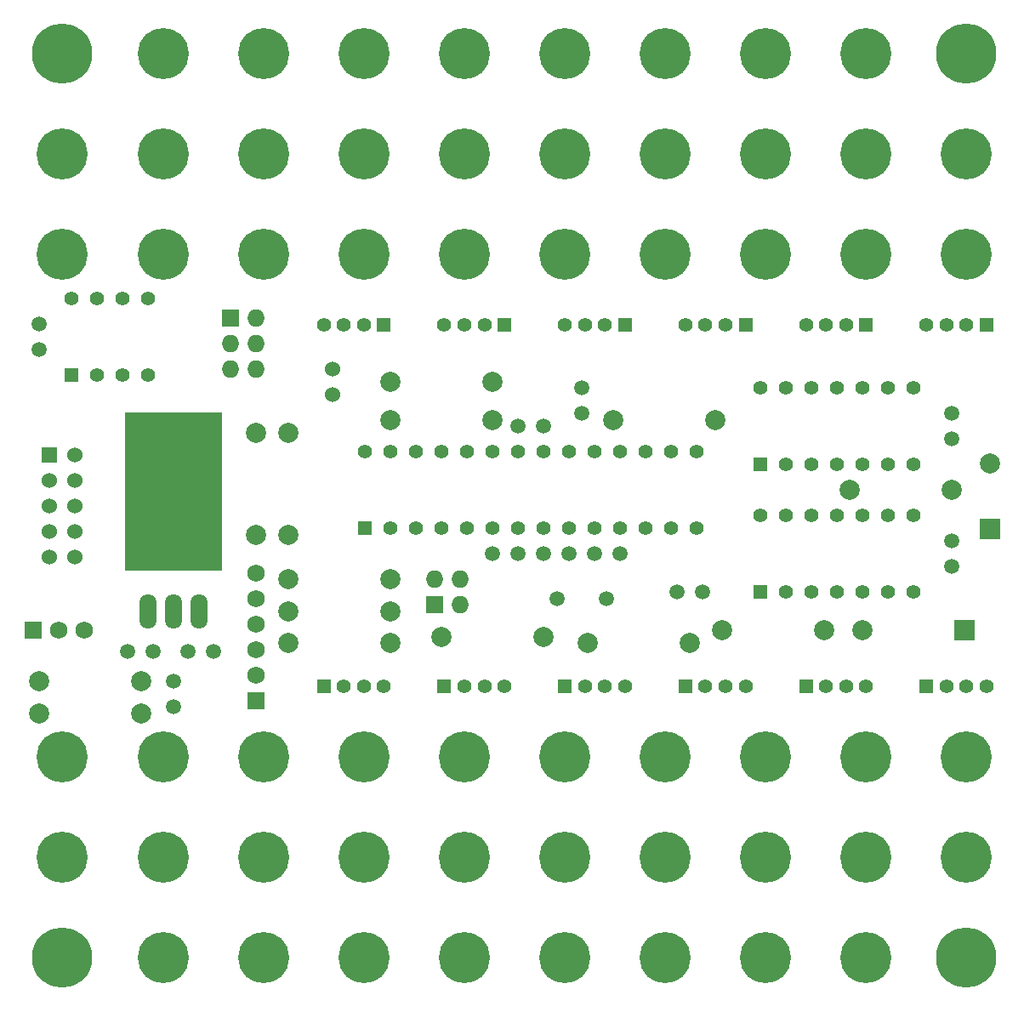
<source format=gts>
%FSLAX36Y36*%
G04 Gerber Fmt 3.6, Leading zero omitted, Abs format (unit inch)*
G04 Created by KiCad (PCBNEW (2014-jul-16 BZR unknown)-product) date Sun 02 Nov 2014 04:51:11 PM PST*
%MOIN*%
G01*
G04 APERTURE LIST*
%ADD10C,0.003937*%
%ADD11C,0.059100*%
%ADD12C,0.078700*%
%ADD13R,0.078700X0.078700*%
%ADD14C,0.236220*%
%ADD15R,0.068000X0.068000*%
%ADD16C,0.068000*%
%ADD17R,0.060000X0.060000*%
%ADD18C,0.060000*%
%ADD19O,0.068000X0.068000*%
%ADD20O,0.066900X0.137800*%
%ADD21R,0.380000X0.620000*%
%ADD22R,0.055000X0.055000*%
%ADD23C,0.055000*%
%ADD24R,0.055118X0.055118*%
%ADD25C,0.055118*%
%ADD26C,0.200000*%
G04 APERTURE END LIST*
D10*
D11*
X2420866Y-4508858D03*
X2520866Y-4508858D03*
X2600000Y-4625000D03*
X2600000Y-4725000D03*
X2757087Y-4508858D03*
X2657087Y-4508858D03*
X4150000Y-4125000D03*
X4050000Y-4125000D03*
X4575000Y-4275000D03*
X4675000Y-4275000D03*
X4250000Y-4125000D03*
X4350000Y-4125000D03*
X4200000Y-3575000D03*
X4200000Y-3475000D03*
X2075000Y-3325000D03*
X2075000Y-3225000D03*
X4050000Y-3625000D03*
X3950000Y-3625000D03*
X3850000Y-4125000D03*
X3950000Y-4125000D03*
X5650000Y-4175000D03*
X5650000Y-4075000D03*
X5650000Y-3675000D03*
X5650000Y-3575000D03*
D12*
X5300000Y-4425000D03*
D13*
X5700000Y-4425000D03*
D14*
X2165354Y-2165354D03*
X5708661Y-2165354D03*
X2165354Y-5708661D03*
X5708661Y-5708661D03*
D15*
X2050000Y-4425000D03*
D16*
X2150000Y-4425000D03*
X2250000Y-4425000D03*
D17*
X2115354Y-3737008D03*
D18*
X2215354Y-3737008D03*
X2115354Y-3837008D03*
X2215354Y-3837008D03*
X2115354Y-3937008D03*
X2215354Y-3937008D03*
X2115354Y-4037008D03*
X2215354Y-4037008D03*
X2115354Y-4137008D03*
X2215354Y-4137008D03*
D15*
X2925000Y-4700000D03*
D16*
X2925000Y-4600000D03*
X2925000Y-4500000D03*
X2925000Y-4400000D03*
X2925000Y-4300000D03*
X2925000Y-4200000D03*
D15*
X2825000Y-3200000D03*
D19*
X2925000Y-3200000D03*
X2825000Y-3300000D03*
X2925000Y-3300000D03*
X2825000Y-3400000D03*
X2925000Y-3400000D03*
D12*
X3050000Y-4050000D03*
X3050000Y-3650000D03*
X2925000Y-3650000D03*
X2925000Y-4050000D03*
X3050000Y-4475000D03*
X3450000Y-4475000D03*
X3050000Y-4350000D03*
X3450000Y-4350000D03*
X4750000Y-4425000D03*
X5150000Y-4425000D03*
X4625000Y-4475000D03*
X4225000Y-4475000D03*
X5650000Y-3875000D03*
X5250000Y-3875000D03*
X4325000Y-3600000D03*
X4725000Y-3600000D03*
D13*
X5800000Y-4028000D03*
D12*
X5800000Y-3772000D03*
D20*
X2600000Y-4350000D03*
X2500000Y-4350000D03*
X2700000Y-4350000D03*
D21*
X2600000Y-3880000D03*
D22*
X4900000Y-4275000D03*
D23*
X5000000Y-4275000D03*
X5100000Y-4275000D03*
X5200000Y-4275000D03*
X5300000Y-4275000D03*
X5400000Y-4275000D03*
X5500000Y-4275000D03*
X5500000Y-3975000D03*
X5400000Y-3975000D03*
X5300000Y-3975000D03*
X5200000Y-3975000D03*
X5100000Y-3975000D03*
X5000000Y-3975000D03*
X4900000Y-3975000D03*
D22*
X2200000Y-3425000D03*
D23*
X2300000Y-3425000D03*
X2400000Y-3425000D03*
X2500000Y-3425000D03*
X2500000Y-3125000D03*
X2400000Y-3125000D03*
X2300000Y-3125000D03*
X2200000Y-3125000D03*
D22*
X4900000Y-3775000D03*
D23*
X5000000Y-3775000D03*
X5100000Y-3775000D03*
X5200000Y-3775000D03*
X5300000Y-3775000D03*
X5400000Y-3775000D03*
X5500000Y-3775000D03*
X5500000Y-3475000D03*
X5400000Y-3475000D03*
X5300000Y-3475000D03*
X5200000Y-3475000D03*
X5100000Y-3475000D03*
X5000000Y-3475000D03*
X4900000Y-3475000D03*
X3450000Y-4025000D03*
X3550000Y-4025000D03*
X3650000Y-4025000D03*
X3750000Y-4025000D03*
X3850000Y-4025000D03*
X3950000Y-4025000D03*
X4050000Y-4025000D03*
X4150000Y-4025000D03*
X4250000Y-4025000D03*
X4350000Y-4025000D03*
X4450000Y-4025000D03*
X4550000Y-4025000D03*
X4650000Y-4025000D03*
D22*
X3350000Y-4025000D03*
D23*
X4650000Y-3725000D03*
X4550000Y-3725000D03*
X4450000Y-3725000D03*
X4350000Y-3725000D03*
X4250000Y-3725000D03*
X4150000Y-3725000D03*
X4050000Y-3725000D03*
X3950000Y-3725000D03*
X3850000Y-3725000D03*
X3750000Y-3725000D03*
X3650000Y-3725000D03*
X3550000Y-3725000D03*
X3450000Y-3725000D03*
X3350000Y-3725000D03*
D11*
X4103900Y-4300000D03*
X4296100Y-4300000D03*
D24*
X3188976Y-4645669D03*
D25*
X3267717Y-4645669D03*
X3346457Y-4645669D03*
X3425197Y-4645669D03*
D24*
X3661417Y-4645669D03*
D25*
X3740157Y-4645669D03*
X3818898Y-4645669D03*
X3897638Y-4645669D03*
D24*
X4133858Y-4645669D03*
D25*
X4212598Y-4645669D03*
X4291339Y-4645669D03*
X4370079Y-4645669D03*
D24*
X4606299Y-4645669D03*
D25*
X4685039Y-4645669D03*
X4763780Y-4645669D03*
X4842520Y-4645669D03*
D24*
X5078740Y-4645669D03*
D25*
X5157480Y-4645669D03*
X5236220Y-4645669D03*
X5314961Y-4645669D03*
D24*
X5551181Y-4645669D03*
D25*
X5629921Y-4645669D03*
X5708661Y-4645669D03*
X5787402Y-4645669D03*
D24*
X3897638Y-3228346D03*
D25*
X3818898Y-3228346D03*
X3740157Y-3228346D03*
X3661417Y-3228346D03*
D24*
X3425197Y-3228346D03*
D25*
X3346457Y-3228346D03*
X3267717Y-3228346D03*
X3188976Y-3228346D03*
D24*
X4370079Y-3228346D03*
D25*
X4291339Y-3228346D03*
X4212598Y-3228346D03*
X4133858Y-3228346D03*
D24*
X4842520Y-3228346D03*
D25*
X4763780Y-3228346D03*
X4685039Y-3228346D03*
X4606299Y-3228346D03*
D24*
X5314961Y-3228346D03*
D25*
X5236220Y-3228346D03*
X5157480Y-3228346D03*
X5078740Y-3228346D03*
D24*
X5787402Y-3228346D03*
D25*
X5708661Y-3228346D03*
X5629921Y-3228346D03*
X5551181Y-3228346D03*
D12*
X3450000Y-3450000D03*
X3850000Y-3450000D03*
X3450000Y-3600000D03*
X3850000Y-3600000D03*
D26*
X2559055Y-2165354D03*
X2952756Y-2165354D03*
X3346457Y-2165354D03*
X3740157Y-2165354D03*
X4133858Y-2165354D03*
X4527559Y-2165354D03*
X4921260Y-2165354D03*
X5314961Y-2165354D03*
X2165354Y-2559055D03*
X2559055Y-2559055D03*
X2952756Y-2559055D03*
X3346457Y-2559055D03*
X3740157Y-2559055D03*
X4133858Y-2559055D03*
X4527559Y-2559055D03*
X4921260Y-2559055D03*
X5314961Y-2559055D03*
X5708661Y-2559055D03*
X2165354Y-2952756D03*
X2559055Y-2952756D03*
X2952756Y-2952756D03*
X3346457Y-2952756D03*
X3740157Y-2952756D03*
X4133858Y-2952756D03*
X4527559Y-2952756D03*
X4921260Y-2952756D03*
X5314961Y-2952756D03*
X5708661Y-2952756D03*
X2165354Y-4921260D03*
X2559055Y-4921260D03*
X2952756Y-4921260D03*
X3346457Y-4921260D03*
X3740157Y-4921260D03*
X4133858Y-4921260D03*
X4527559Y-4921260D03*
X4921260Y-4921260D03*
X5314961Y-4921260D03*
X5708661Y-4921260D03*
X2165354Y-5314961D03*
X2559055Y-5314961D03*
X2952756Y-5314961D03*
X3346457Y-5314961D03*
X3740157Y-5314961D03*
X4133858Y-5314961D03*
X4527559Y-5314961D03*
X4921260Y-5314961D03*
X5314961Y-5314961D03*
X5708661Y-5314961D03*
X2559055Y-5708661D03*
X2952756Y-5708661D03*
X3346457Y-5708661D03*
X3740157Y-5708661D03*
X4133858Y-5708661D03*
X4527559Y-5708661D03*
X4921260Y-5708661D03*
X5314961Y-5708661D03*
D12*
X2075000Y-4750000D03*
X2475000Y-4750000D03*
X2475000Y-4625000D03*
X2075000Y-4625000D03*
D18*
X3225000Y-3500000D03*
X3225000Y-3400000D03*
D15*
X3625000Y-4325000D03*
D19*
X3625000Y-4225000D03*
X3725000Y-4325000D03*
X3725000Y-4225000D03*
D12*
X3450000Y-4225000D03*
X3050000Y-4225000D03*
X3650000Y-4450000D03*
X4050000Y-4450000D03*
M02*

</source>
